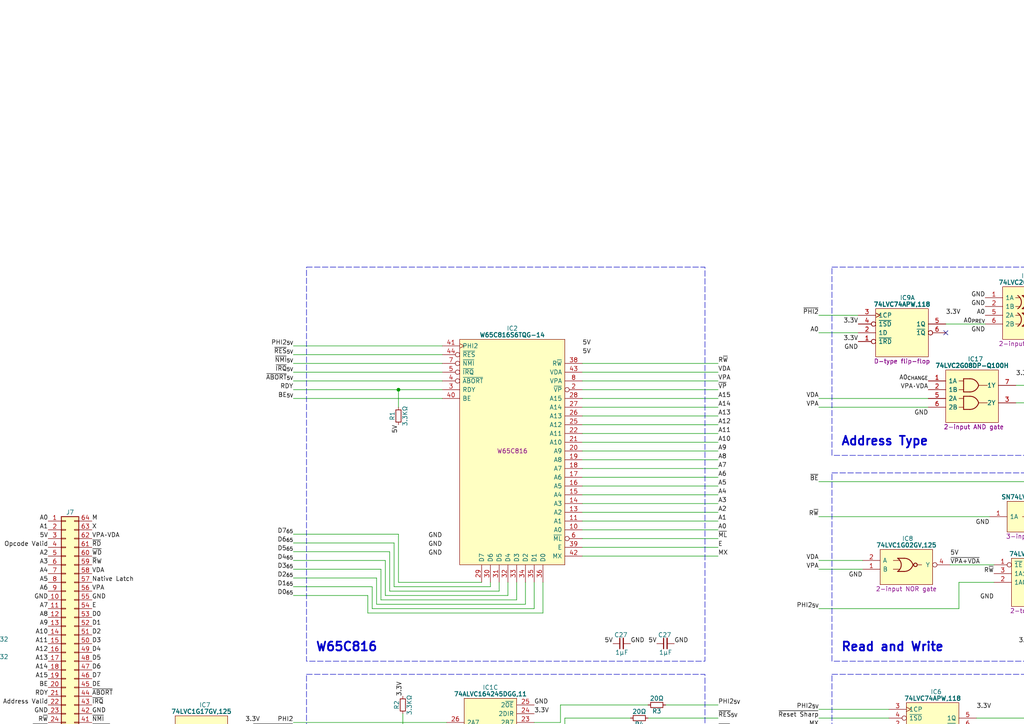
<source format=kicad_sch>
(kicad_sch (version 20230121) (generator eeschema)
  (paper "A4")
  (title_block (title "W65C816 Breakout") (date "2024-01-30") (rev "V1"))
  (junction (at 118.11 214.63))
  (junction (at 143.51 274.32))
  (junction (at 120.65 219.71))
  (junction (at 116.84 222.25))
  (junction (at 115.57 113.03))
  (junction (at 440.69 187.96))
  (junction (at 119.38 217.17))
  (junction (at 114.3 274.32))
  (no_connect (at 440.69 88.9))
  (no_connect (at 350.52 163.83))
  (no_connect (at 313.69 168.91))
  (no_connect (at 429.26 278.13))
  (no_connect (at 311.15 87.63))
  (no_connect (at 313.69 166.37))
  (no_connect (at 283.21 210.82))
  (no_connect (at 283.21 220.98))
  (no_connect (at 440.69 93.98))
  (no_connect (at 440.69 91.44))
  (no_connect (at 274.32 96.52))
  (no_connect (at 139.7 279.4))
  (wire (pts (xy 452.12 99.06) (xy 461.01 99.06)))
  (wire (pts (xy 513.08 119.38) (xy 486.41 119.38)))
  (wire (pts (xy 99.06 274.32) (xy 114.3 274.32)))
  (wire (pts (xy 99.06 274.32) (xy 99.06 279.4)))
  (wire (pts (xy 208.28 130.81) (xy 168.91 130.81)))
  (wire (pts (xy 85.09 115.57) (xy 128.27 115.57)))
  (wire (pts (xy 120.65 219.71) (xy 120.65 234.95)))
  (wire (pts (xy 116.84 222.25) (xy 129.54 222.25)))
  (wire (pts (xy 208.28 133.35) (xy 168.91 133.35)))
  (wire (pts (xy 115.57 168.91) (xy 115.57 154.94)))
  (wire (pts (xy 513.08 114.3) (xy 486.41 114.3)))
  (wire (pts (xy 452.12 96.52) (xy 440.69 96.52)))
  (wire (pts (xy 274.32 93.98) (xy 285.75 93.98)))
  (wire (pts (xy 237.49 115.57) (xy 269.24 115.57)))
  (wire (pts (xy 320.04 158.75) (xy 320.04 149.86)))
  (wire (pts (xy 237.49 118.11) (xy 269.24 118.11)))
  (wire (pts (xy 208.28 158.75) (xy 168.91 158.75)))
  (wire (pts (xy 157.48 177.8) (xy 106.68 177.8)))
  (wire (pts (xy 389.89 86.36) (xy 415.29 86.36)))
  (wire (pts (xy 114.3 274.32) (xy 114.3 276.86)))
  (wire (pts (xy 168.91 219.71) (xy 168.91 222.25)))
  (wire (pts (xy 389.89 104.14) (xy 461.01 104.14)))
  (wire (pts (xy 114.3 157.48) (xy 85.09 157.48)))
  (wire (pts (xy 360.68 218.44) (xy 283.21 218.44)))
  (wire (pts (xy 85.09 170.18) (xy 107.95 170.18)))
  (wire (pts (xy 111.76 172.72) (xy 147.32 172.72)))
  (wire (pts (xy 513.08 208.28) (xy 486.41 208.28)))
  (wire (pts (xy 208.28 156.21) (xy 168.91 156.21)))
  (wire (pts (xy 166.37 217.17) (xy 154.94 217.17)))
  (wire (pts (xy 208.28 118.11) (xy 168.91 118.11)))
  (wire (pts (xy 278.13 176.53) (xy 278.13 168.91)))
  (wire (pts (xy 208.28 161.29) (xy 168.91 161.29)))
  (wire (pts (xy 360.68 274.32) (xy 341.63 274.32)))
  (wire (pts (xy 360.68 208.28) (xy 283.21 208.28)))
  (wire (pts (xy 193.04 204.47) (xy 208.28 204.47)))
  (wire (pts (xy 208.28 125.73) (xy 168.91 125.73)))
  (wire (pts (xy 308.61 274.32) (xy 308.61 280.67)))
  (wire (pts (xy 106.68 177.8) (xy 106.68 172.72)))
  (wire (pts (xy 389.89 109.22) (xy 461.01 109.22)))
  (wire (pts (xy 116.84 207.01) (xy 116.84 222.25)))
  (wire (pts (xy 166.37 214.63) (xy 166.37 217.17)))
  (wire (pts (xy 513.08 121.92) (xy 486.41 121.92)))
  (wire (pts (xy 167.64 219.71) (xy 154.94 219.71)))
  (wire (pts (xy 139.7 168.91) (xy 115.57 168.91)))
  (wire (pts (xy 389.89 114.3) (xy 461.01 114.3)))
  (wire (pts (xy 389.89 149.86) (xy 415.29 149.86)))
  (wire (pts (xy 163.83 208.28) (xy 163.83 212.09)))
  (wire (pts (xy 115.57 113.03) (xy 128.27 113.03)))
  (wire (pts (xy 309.88 276.86) (xy 309.88 294.64)))
  (wire (pts (xy 389.89 165.1) (xy 415.29 165.1)))
  (wire (pts (xy 113.03 171.45) (xy 113.03 160.02)))
  (wire (pts (xy 154.94 176.53) (xy 154.94 168.91)))
  (wire (pts (xy 389.89 106.68) (xy 461.01 106.68)))
  (wire (pts (xy 208.28 120.65) (xy 168.91 120.65)))
  (wire (pts (xy 208.28 143.51) (xy 168.91 143.51)))
  (wire (pts (xy 116.84 234.95) (xy 120.65 234.95)))
  (wire (pts (xy 321.31 171.45) (xy 321.31 168.91)))
  (wire (pts (xy 389.89 162.56) (xy 415.29 162.56)))
  (wire (pts (xy 513.08 275.59) (xy 429.26 275.59)))
  (wire (pts (xy 85.09 222.25) (xy 116.84 222.25)))
  (wire (pts (xy 163.83 212.09) (xy 154.94 212.09)))
  (wire (pts (xy 85.09 113.03) (xy 115.57 113.03)))
  (wire (pts (xy 187.96 204.47) (xy 162.56 204.47)))
  (wire (pts (xy 308.61 271.78) (xy 316.23 271.78)))
  (wire (pts (xy 237.49 205.74) (xy 257.81 205.74)))
  (wire (pts (xy 389.89 167.64) (xy 415.29 167.64)))
  (wire (pts (xy 208.28 113.03) (xy 168.91 113.03)))
  (wire (pts (xy 143.51 279.4) (xy 143.51 274.32)))
  (wire (pts (xy 85.09 209.55) (xy 129.54 209.55)))
  (wire (pts (xy 237.49 297.18) (xy 278.13 297.18)))
  (wire (pts (xy 109.22 167.64) (xy 85.09 167.64)))
  (wire (pts (xy 237.49 139.7) (xy 321.31 139.7)))
  (wire (pts (xy 157.48 168.91) (xy 157.48 177.8)))
  (wire (pts (xy 107.95 170.18) (xy 107.95 176.53)))
  (wire (pts (xy 513.08 111.76) (xy 486.41 111.76)))
  (wire (pts (xy 321.31 168.91) (xy 325.12 168.91)))
  (wire (pts (xy 85.09 110.49) (xy 128.27 110.49)))
  (wire (pts (xy 274.32 280.67) (xy 308.61 280.67)))
  (wire (pts (xy 208.28 140.97) (xy 168.91 140.97)))
  (wire (pts (xy 208.28 219.71) (xy 168.91 219.71)))
  (wire (pts (xy 149.86 168.91) (xy 149.86 173.99)))
  (wire (pts (xy 143.51 274.32) (xy 148.59 274.32)))
  (wire (pts (xy 109.22 175.26) (xy 109.22 167.64)))
  (wire (pts (xy 116.84 232.41) (xy 119.38 232.41)))
  (wire (pts (xy 106.68 172.72) (xy 85.09 172.72)))
  (wire (pts (xy 513.08 109.22) (xy 486.41 109.22)))
  (wire (pts (xy 208.28 222.25) (xy 204.47 222.25)))
  (wire (pts (xy 85.09 219.71) (xy 120.65 219.71)))
  (wire (pts (xy 85.09 102.87) (xy 128.27 102.87)))
  (wire (pts (xy 513.08 198.12) (xy 486.41 198.12)))
  (wire (pts (xy 513.08 210.82) (xy 486.41 210.82)))
  (wire (pts (xy 275.59 163.83) (xy 288.29 163.83)))
  (wire (pts (xy 513.08 203.2) (xy 486.41 203.2)))
  (wire (pts (xy 208.28 153.67) (xy 168.91 153.67)))
  (wire (pts (xy 325.12 158.75) (xy 320.04 158.75)))
  (wire (pts (xy 208.28 148.59) (xy 168.91 148.59)))
  (wire (pts (xy 119.38 232.41) (xy 119.38 217.17)))
  (wire (pts (xy 120.65 219.71) (xy 129.54 219.71)))
  (wire (pts (xy 152.4 168.91) (xy 152.4 175.26)))
  (wire (pts (xy 26.67 212.09) (xy 45.72 212.09)))
  (wire (pts (xy 389.89 91.44) (xy 415.29 91.44)))
  (wire (pts (xy 118.11 214.63) (xy 118.11 229.87)))
  (wire (pts (xy 165.1 214.63) (xy 154.94 214.63)))
  (wire (pts (xy 389.89 280.67) (xy 403.86 280.67)))
  (wire (pts (xy 237.49 292.1) (xy 278.13 292.1)))
  (wire (pts (xy 162.56 209.55) (xy 154.94 209.55)))
  (wire (pts (xy 389.89 147.32) (xy 415.29 147.32)))
  (wire (pts (xy 237.49 176.53) (xy 278.13 176.53)))
  (wire (pts (xy 389.89 101.6) (xy 461.01 101.6)))
  (wire (pts (xy 237.49 210.82) (xy 257.81 210.82)))
  (wire (pts (xy 389.89 157.48) (xy 415.29 157.48)))
  (wire (pts (xy 85.09 154.94) (xy 115.57 154.94)))
  (wire (pts (xy 513.08 106.68) (xy 486.41 106.68)))
  (wire (pts (xy 237.49 96.52) (xy 248.92 96.52)))
  (wire (pts (xy 389.89 121.92) (xy 461.01 121.92)))
  (wire (pts (xy 85.09 217.17) (xy 119.38 217.17)))
  (wire (pts (xy 208.28 217.17) (xy 167.64 217.17)))
  (wire (pts (xy 144.78 168.91) (xy 144.78 171.45)))
  (wire (pts (xy 237.49 265.43) (xy 276.86 265.43)))
  (wire (pts (xy 187.96 208.28) (xy 208.28 208.28)))
  (wire (pts (xy 360.68 100.33) (xy 350.52 100.33)))
  (wire (pts (xy 320.04 149.86) (xy 312.42 149.86)))
  (wire (pts (xy 118.11 214.63) (xy 129.54 214.63)))
  (wire (pts (xy 513.08 195.58) (xy 486.41 195.58)))
  (wire (pts (xy 302.26 265.43) (xy 308.61 265.43)))
  (wire (pts (xy 85.09 224.79) (xy 88.9 224.79)))
  (wire (pts (xy 208.28 138.43) (xy 168.91 138.43)))
  (wire (pts (xy 237.49 208.28) (xy 257.81 208.28)))
  (wire (pts (xy 513.08 205.74) (xy 486.41 205.74)))
  (wire (pts (xy 389.89 152.4) (xy 415.29 152.4)))
  (wire (pts (xy 110.49 173.99) (xy 110.49 165.1)))
  (wire (pts (xy 360.68 158.75) (xy 350.52 158.75)))
  (wire (pts (xy 440.69 200.66) (xy 440.69 187.96)))
  (wire (pts (xy 452.12 99.06) (xy 452.12 96.52)))
  (wire (pts (xy 165.1 212.09) (xy 165.1 214.63)))
  (wire (pts (xy 237.49 294.64) (xy 278.13 294.64)))
  (wire (pts (xy 152.4 175.26) (xy 109.22 175.26)))
  (wire (pts (xy 208.28 229.87) (xy 198.12 229.87)))
  (wire (pts (xy 360.68 111.76) (xy 294.64 111.76)))
  (wire (pts (xy 237.49 278.13) (xy 248.92 278.13)))
  (wire (pts (xy 513.08 193.04) (xy 486.41 193.04)))
  (wire (pts (xy 278.13 168.91) (xy 288.29 168.91)))
  (wire (pts (xy 461.01 200.66) (xy 440.69 200.66)))
  (wire (pts (xy 208.28 107.95) (xy 168.91 107.95)))
  (wire (pts (xy 163.83 208.28) (xy 182.88 208.28)))
  (wire (pts (xy 309.88 294.64) (xy 303.53 294.64)))
  (wire (pts (xy 139.7 274.32) (xy 143.51 274.32)))
  (wire (pts (xy 237.49 267.97) (xy 276.86 267.97)))
  (wire (pts (xy 208.28 135.89) (xy 168.91 135.89)))
  (wire (pts (xy 85.09 214.63) (xy 118.11 214.63)))
  (wire (pts (xy 389.89 154.94) (xy 415.29 154.94)))
  (wire (pts (xy 142.24 170.18) (xy 114.3 170.18)))
  (wire (pts (xy 116.84 229.87) (xy 118.11 229.87)))
  (wire (pts (xy 208.28 105.41) (xy 168.91 105.41)))
  (wire (pts (xy 389.89 160.02) (xy 415.29 160.02)))
  (wire (pts (xy 360.68 173.99) (xy 350.52 173.99)))
  (wire (pts (xy 440.69 187.96) (xy 461.01 187.96)))
  (wire (pts (xy 85.09 162.56) (xy 111.76 162.56)))
  (wire (pts (xy 321.31 139.7) (xy 321.31 156.21)))
  (wire (pts (xy 85.09 107.95) (xy 128.27 107.95)))
  (wire (pts (xy 237.49 162.56) (xy 250.19 162.56)))
  (wire (pts (xy 85.09 100.33) (xy 128.27 100.33)))
  (wire (pts (xy 115.57 113.03) (xy 115.57 118.11)))
  (wire (pts (xy 107.95 176.53) (xy 154.94 176.53)))
  (wire (pts (xy 309.88 276.86) (xy 316.23 276.86)))
  (wire (pts (xy 208.28 214.63) (xy 166.37 214.63)))
  (wire (pts (xy 316.23 274.32) (xy 308.61 274.32)))
  (wire (pts (xy 149.86 173.99) (xy 110.49 173.99)))
  (wire (pts (xy 119.38 217.17) (xy 129.54 217.17)))
  (wire (pts (xy 144.78 171.45) (xy 113.03 171.45)))
  (wire (pts (xy 113.03 160.02) (xy 85.09 160.02)))
  (wire (pts (xy 360.68 168.91) (xy 350.52 168.91)))
  (wire (pts (xy 99.06 279.4) (xy 100.33 279.4)))
  (wire (pts (xy 208.28 242.57) (xy 167.64 242.57)))
  (wire (pts (xy 237.49 165.1) (xy 250.19 165.1)))
  (wire (pts (xy 208.28 151.13) (xy 168.91 151.13)))
  (wire (pts (xy 168.91 222.25) (xy 154.94 222.25)))
  (wire (pts (xy 513.08 104.14) (xy 486.41 104.14)))
  (wire (pts (xy 208.28 212.09) (xy 165.1 212.09)))
  (wire (pts (xy 110.49 165.1) (xy 85.09 165.1)))
  (wire (pts (xy 389.89 144.78) (xy 415.29 144.78)))
  (wire (pts (xy 237.49 280.67) (xy 248.92 280.67)))
  (wire (pts (xy 85.09 105.41) (xy 128.27 105.41)))
  (wire (pts (xy 513.08 116.84) (xy 486.41 116.84)))
  (wire (pts (xy 237.49 215.9) (xy 257.81 215.9)))
  (wire (pts (xy 237.49 262.89) (xy 276.86 262.89)))
  (wire (pts (xy 208.28 128.27) (xy 168.91 128.27)))
  (wire (pts (xy 208.28 146.05) (xy 168.91 146.05)))
  (wire (pts (xy 313.69 173.99) (xy 325.12 173.99)))
  (wire (pts (xy 208.28 110.49) (xy 168.91 110.49)))
  (wire (pts (xy 237.49 149.86) (xy 287.02 149.86)))
  (wire (pts (xy 167.64 217.17) (xy 167.64 219.71)))
  (wire (pts (xy 360.68 116.84) (xy 294.64 116.84)))
  (wire (pts (xy 71.12 212.09) (xy 129.54 212.09)))
  (wire (pts (xy 389.89 111.76) (xy 461.01 111.76)))
  (wire (pts (xy 389.89 88.9) (xy 415.29 88.9)))
  (wire (pts (xy 162.56 204.47) (xy 162.56 209.55)))
  (wire (pts (xy 142.24 168.91) (xy 142.24 170.18)))
  (wire (pts (xy 513.08 190.5) (xy 486.41 190.5)))
  (wire (pts (xy 208.28 123.19) (xy 168.91 123.19)))
  (wire (pts (xy 111.76 162.56) (xy 111.76 172.72)))
  (wire (pts (xy 237.49 91.44) (xy 248.92 91.44)))
  (wire (pts (xy 321.31 156.21) (xy 325.12 156.21)))
  (wire (pts (xy 389.89 275.59) (xy 403.86 275.59)))
  (wire (pts (xy 389.89 119.38) (xy 461.01 119.38)))
  (wire (pts (xy 389.89 116.84) (xy 461.01 116.84)))
  (wire (pts (xy 147.32 172.72) (xy 147.32 168.91)))
  (wire (pts (xy 208.28 115.57) (xy 168.91 115.57)))
  (wire (pts (xy 308.61 265.43) (xy 308.61 271.78)))
  (wire (pts (xy 313.69 171.45) (xy 321.31 171.45)))
  (wire (pts (xy 114.3 170.18) (xy 114.3 157.48)))
  (rectangle (start 241.3 255.27) (end 356.87 309.88) (stroke (width 0) (type dash)))
  (rectangle (start 88.9 195.58) (end 204.47 250.19) (stroke (width 0) (type dash)))
  (rectangle (start 88.9 255.27) (end 204.47 309.88) (stroke (width 0) (type dash)))
  (rectangle (start 393.7 77.47) (end 509.27 132.08) (stroke (width 0) (type dash)))
  (rectangle (start 241.3 137.16) (end 356.87 191.77) (stroke (width 0) (type dash)))
  (rectangle (start 393.7 255.27) (end 509.27 309.88) (stroke (width 0) (type dash)))
  (rectangle (start 241.3 77.47) (end 356.87 132.08) (stroke (width 0) (type dash)))
  (rectangle (start 241.3 195.58) (end 356.87 250.19) (stroke (width 0) (type dash)))
  (rectangle (start 88.9 77.47) (end 204.47 191.77) (stroke (width 0) (type dash)))
  (rectangle (start 393.7 137.16) (end 509.27 250.19) (stroke (width 0) (type dash)))
  (text "Data" (at 396.24 129.54 0) (effects (font (size 2.54 2.54) (thickness 0.508) bold) (justify left bottom)))
  (text "Bank Zero detect" (at 243.84 307.34 0) (effects (font (size 2.54 2.54) (thickness 0.508) bold) (justify left bottom)))
  (text "Read and Write" (at 243.84 189.23 0) (effects (font (size 2.54 2.54) (thickness 0.508) bold) (justify left bottom)))
  (text "Bank Capture" (at 395.605 248.285 0) (effects (font (size 2.54 2.54) (thickness 0.508) bold) (justify left bottom)))
  (text "Address Type" (at 243.84 129.54 0) (effects (font (size 2.54 2.54) (thickness 0.508) bold) (justify left bottom)))
  (text "M and X capture" (at 243.84 247.65 0) (effects (font (size 2.54 2.54) (thickness 0.508) bold) (justify left bottom)))
  (text "Power" (at 91.44 306.705 0) (effects (font (size 2.54 2.54) (thickness 0.508) bold) (justify left bottom)))
  (text "(~{PHI2})" (at -3.81 224.79 0) (effects (font (size 1.27 1.27)) (justify left bottom)))
  (text "W65C816" (at 91.44 189.23 0) (effects (font (size 2.54 2.54) (thickness 0.508) bold) (justify left bottom)))
  (text "Native Mode" (at 396.24 307.34 0) (effects (font (size 2.54 2.54) (thickness 0.508) bold) (justify left bottom)))
  (text "Signals" (at 91.44 247.65 0) (effects (font (size 2.54 2.54) (thickness 0.508) bold) (justify left bottom)))
  (label "3.3V" (at 311.15 85.09 0))
  (label "GND" (at 325.12 125.73 0))
  (label "GND" (at 415.29 191.77 180))
  (label "GND" (at 415.29 96.52 180))
  (label "BE" (at 13.97 199.39 180))
  (label "BA5" (at 482.6 167.64 0))
  (label "~{RD}_{PART}" (at 313.69 173.99 0))
  (label "GND" (at 13.97 173.99 180))
  (label "BE_{5V}" (at 208.28 219.71 0))
  (label "A6" (at 208.28 138.43 0))
  (label "3.3V" (at 190.5 303.53 180))
  (label "GND" (at 26.67 207.01 0))
  (label "Opcode Valid" (at 360.68 111.76 0))
  (label "~{Reset}" (at 26.67 212.09 0))
  (label "R~{W}" (at 237.49 149.86 180))
  (label "5V" (at 26.67 224.79 0))
  (label "D1" (at 26.67 181.61 0))
  (label "GND" (at 308.61 125.73 0))
  (label "GND" (at 191.77 276.86 0))
  (label "~{IRQ}" (at 26.67 204.47 0))
  (label "3.3V" (at 154.94 207.01 0))
  (label "VPA·VDA" (at 360.68 116.84 0))
  (label "GND" (at 325.12 104.14 180))
  (label "GND" (at 180.34 303.53 0))
  (label "~{IRQ}_{5V}" (at 85.09 107.95 180))
  (label "A13" (at 13.97 191.77 180))
  (label "D5_{VHC}" (at 440.69 154.94 0))
  (label "BA2" (at 482.6 151.13 0))
  (label "GND" (at 257.81 226.06 180))
  (label "GND" (at 191.77 274.32 0))
  (label "D7" (at 26.67 196.85 0))
  (label "D4" (at 513.08 111.76 0))
  (label "GND" (at 335.28 304.8 0))
  (label "GND" (at 285.75 96.52 180))
  (label "3.3V" (at 320.04 125.73 180))
  (label "MX" (at 208.28 161.29 0))
  (label "D5_{65}" (at 389.89 109.22 180))
  (label "D6_{65}" (at 389.89 106.68 180))
  (label "A14" (at 208.28 118.11 0))
  (label "D4_{VHC}" (at 462.28 165.1 180))
  (label "5V" (at 482.6 245.11 180))
  (label "A0_{PREV}" (at 285.75 93.98 180))
  (label "~{ABORT}_{5V}" (at 208.28 217.17 0))
  (label "D2_{65}" (at 389.89 116.84 180))
  (label "3.3V" (at 328.93 186.69 180))
  (label "A15" (at 208.28 115.57 0))
  (label "~{PHI2}" (at 237.49 215.9 180))
  (label "R~{W}" (at 288.29 166.37 180))
  (label "D5_{65}" (at 461.01 195.58 180))
  (label "BA3" (at 513.08 210.82 0))
  (label "D1_{65}" (at 85.09 170.18 180))
  (label "~{NMI}_{5V}" (at 85.09 105.41 180))
  (label "3.3V" (at 342.9 245.11 180))
  (label "GND" (at 250.19 167.64 180))
  (label "5V" (at 168.91 100.33 0))
  (label "GND" (at 172.72 232.41 180))
  (label "DE" (at 208.28 222.25 0))
  (label "A5" (at 13.97 168.91 180))
  (label "GND" (at 325.12 163.83 180))
  (label "GND" (at 269.24 120.65 180))
  (label "VPA" (at 208.28 110.49 0))
  (label "~{DE}" (at 440.69 96.52 0))
  (label "BA6" (at 13.97 217.17 180))
  (label "A15" (at 13.97 196.85 180))
  (label "VPA" (at 237.49 118.11 180))
  (label "3.3V" (at 248.92 99.06 180))
  (label "A5" (at 208.28 140.97 0))
  (label "A7" (at 13.97 176.53 180))
  (label "D1_{65}" (at 389.89 119.38 180))
  (label "GND" (at 195.58 186.69 0))
  (label "3.3V" (at 71.12 209.55 0))
  (label "5V" (at 177.8 186.69 180))
  (label "GND" (at 304.8 186.69 0))
  (label "BA1" (at 482.6 148.59 0))
  (label "D7" (at 513.08 104.14 0))
  (label "BA1" (at 237.49 294.64 180))
  (label "D5" (at 513.08 109.22 0))
  (label "D2" (at 26.67 184.15 0))
  (label "MX" (at 237.49 210.82 180))
  (label "BA5" (at 237.49 267.97 180))
  (label "5V" (at 330.2 304.8 180))
  (label "RDY" (at 85.09 113.03 180))
  (label "BA5+BA6+BA7" (at 302.26 265.43 0))
  (label "X" (at 26.67 153.67 0))
  (label "A9" (at 208.28 130.81 0))
  (label "D6_{VHC}" (at 462.28 170.18 180))
  (label "GND" (at 285.75 88.9 180))
  (label "A4" (at 13.97 166.37 180))
  (label "3.3V" (at 198.12 227.33 0))
  (label "RDY" (at 13.97 201.93 180))
  (label "D6_{65}" (at 85.09 157.48 180))
  (label "BE" (at 85.09 222.25 180))
  (label "VDA" (at 26.67 166.37 0))
  (label "BA0" (at 26.67 217.17 0))
  (label "GND" (at 45.72 214.63 180))
  (label "FET ~{OE}" (at 440.69 187.96 0))
  (label "D7_{65}" (at 389.89 104.14 180))
  (label "BA2" (at 26.67 222.25 0))
  (label "BA0" (at 482.6 146.05 0))
  (label "A3" (at 208.28 146.05 0))
  (label "5V" (at 302.26 262.89 0))
  (label "D1_{VHC}" (at 440.69 165.1 0))
  (label "D1_{65}" (at 389.89 165.1 180))
  (label "GND" (at 500.38 245.11 0))
  (label "3.3V" (at 148.59 274.32 0))
  (label "BA4" (at 482.6 165.1 0))
  (label "GND" (at 287.02 152.4 180))
  (label "A0" (at 285.75 91.44 180))
  (label "~{ML}" (at 208.28 156.21 0))
  (label "D6_{VHC}" (at 440.69 152.4 0))
  (label "GND" (at 166.37 271.78 180))
  (label "~{ABORT}" (at 85.09 219.71 180))
  (label "3.3V" (at 294.64 109.22 0))
  (label "5V" (at 304.8 304.8 180))
  (label "DE" (at 389.89 88.9 180))
  (label "BA0" (at 237.49 297.18 180))
  (label "A11" (at 208.28 125.73 0))
  (label "D6_{65}" (at 461.01 193.04 180))
  (label "3.3V" (at 429.26 273.05 0))
  (label "GND" (at 154.94 227.33 0))
  (label "D5_{65}" (at 85.09 160.02 180))
  (label "~{BE}" (at 237.49 139.7 180))
  (label "3.3V" (at 313.69 163.83 0))
  (label "D4_{65}" (at 389.89 111.76 180))
  (label "D0_{65}" (at 85.09 172.72 180))
  (label "BA0+BA1+BA2" (at 303.53 294.64 0))
  (label "~{PHI2}" (at 389.89 86.36 180))
  (label "5V" (at 274.32 278.13 0))
  (label "~{BE}" (at 208.28 229.87 0))
  (label "~{NMI}" (at 85.09 214.63 180))
  (label "D1_{VHC}" (at 462.28 148.59 180))
  (label "Bank Latch" (at 389.89 147.32 180))
  (label "BA7" (at 513.08 190.5 0))
  (label "A12" (at 13.97 189.23 180))
  (label "3.3V" (at 350.52 156.21 0))
  (label "GND" (at 461.01 213.36 180))
  (label "Bank Latch" (at 13.97 224.79 180))
  (label "GND" (at 114.3 279.4 180))
  (label "GND" (at 403.86 278.13 180))
  (label "DE" (at 116.84 237.49 0))
  (label "~{PHI2}" (at 208.28 242.57 0))
  (label "GND" (at 195.58 303.53 0))
  (label "5V" (at 313.69 186.69 180))
  (label "GND" (at 248.92 285.75 180))
  (label "3.3V" (at 248.92 93.98 180))
  (label "D4_{65}" (at 461.01 198.12 180))
  (label "VDA" (at 237.49 162.56 180))
  (label "D3_{VHC}" (at 462.28 153.67 180))
  (label "~{BANK 0}" (at 360.68 274.32 0))
  (label "Native Latch" (at 513.08 275.59 0))
  (label "BA5" (at 513.08 195.58 0))
  (label "GND" (at 487.68 245.11 0))
  (label "D5_{VHC}" (at 462.28 167.64 180))
  (label "~{IRQ}" (at 85.09 217.17 180))
  (label "GND" (at 276.86 270.51 180))
  (label "D1_{65}" (at 461.01 205.74 180))
  (label "A14" (at 13.97 194.31 180))
  (label "D6_{65}" (at 389.89 152.4 180))
  (label "VDA" (at 208.28 107.95 0))
  (label "5V" (at 166.37 266.7 180))
  (label "X" (at 360.68 208.28 0))
  (label "GND" (at 166.37 279.4 180))
  (label "BA6" (at 482.6 170.18 0))
  (label "GND" (at 403.86 283.21 180))
  (label "D3" (at 26.67 186.69 0))
  (label "3.3V" (at 96.52 237.49 180))
  (label "A1" (at 13.97 153.67 180))
  (label "R~{W}" (at 208.28 105.41 0))
  (label "~{R}W" (at 360.68 158.75 0))
  (label "A8" (at 13.97 179.07 180))
  (label "5V" (at 317.5 304.8 180))
  (label "5V" (at 342.9 304.8 180))
  (label "VPA" (at 325.12 101.6 180))
  (label "A3" (at 13.97 163.83 180))
  (label "3.3V" (at 312.42 147.32 0))
  (label "A1" (at 208.28 151.13 0))
  (label "PHI2_{5V}" (at 237.49 205.74 180))
  (label "5V" (at 99.06 274.32 180))
  (label "~{NMI}_{5V}" (at 208.28 212.09 0))
  (label "GND" (at 191.77 279.4 0))
  (label "GND" (at 154.94 224.79 0))
  (label "3.3V" (at 191.77 266.7 0))
  (label "5V" (at 495.3 245.11 180))
  (label "VPA" (at 237.49 165.1 180))
  (label "~{R}W" (at 26.67 163.83 0))
  (label "BA6" (at 513.08 193.04 0))
  (label "~{VP}" (at 13.97 227.33 180))
  (label "BA7" (at 237.49 262.89 180))
  (label "A4" (at 208.28 143.51 0))
  (label "GND" (at 128.27 156.21 180))
  (label "D3_{65}" (at 85.09 165.1 180))
  (label "BE" (at 389.89 91.44 180))
  (label "BE_{5V}" (at 85.09 115.57 180))
  (label "BA3" (at 26.67 227.33 0))
  (label "PHI2" (at 26.67 214.63 0))
  (label "A0" (at 237.49 96.52 180))
  (label "BA5" (at 13.97 219.71 180))
  (label "3.3V" (at 257.81 223.52 180))
  (label "D5" (at 26.67 191.77 0))
  (label "BA3" (at 482.6 153.67 0))
  (label "D3" (at 513.08 114.3 0))
  (label "D0" (at 513.08 121.92 0))
  (label "~{ABORT}" (at 26.67 201.93 0))
  (label "D2_{65}" (at 461.01 208.28 180))
  (label "~{WD}" (at 360.68 168.91 0))
  (label "GND" (at 105.41 279.4 0))
  (label "3.3V" (at 167.64 240.03 0))
  (label "5V" (at 175.26 303.53 180))
  (label "A8" (at 208.28 133.35 0))
  (label "~{IRQ}_{5V}" (at 208.28 214.63 0))
  (label "D2_{65}" (at 85.09 167.64 180))
  (label "GND" (at 166.37 276.86 180))
  (label "A9" (at 13.97 181.61 180))
  (label "D0_{65}" (at 389.89 121.92 180))
  (label "R~{W}" (at 13.97 209.55 180))
  (label "PHI2" (at 85.09 209.55 180))
  (label "D7_{VHC}" (at 440.69 149.86 0))
  (label "D7_{65}" (at 389.89 149.86 180))
  (label "~{Reset Sharp}" (at 237.49 208.28 180))
  (label "3.3V" (at 350.52 97.79 0))
  (label "D3_{65}" (at 389.89 160.02 180))
  (label "VPA·VDA" (at 26.67 156.21 0))
  (label "~{BE}" (at 325.12 161.29 180))
  (label "A0" (at 13.97 151.13 180))
  (label "GND" (at 288.29 173.99 180))
  (label "D3_{VHC}" (at 440.69 160.02 0))
  (label "5V" (at 486.41 187.96 0))
  (label "3.3V" (at 440.69 86.36 0))
  (label "D0_{65}" (at 461.01 203.2 180))
  (label "D0_{VHC}" (at 462.28 146.05 180))
  (label "BA0" (at 513.08 203.2 0))
  (label "DE" (at 26.67 199.39 0))
  (label "D4_{65}" (at 85.09 162.56 180))
  (label "GND" (at 129.54 227.33 180))
  (label "3.3V" (at 303.53 125.73 180))
  (label "~{NMI}" (at 26.67 209.55 0))
  (label "GND" (at 325.12 176.53 180))
  (label "RW_{PART}" (at 312.42 149.86 0))
  (label "DE" (at 85.09 224.79 180))
  (label "A13" (at 208.28 120.65 0))
  (label "D2" (at 513.08 116.84 0))
  (label "GND" (at 248.92 101.6 180))
  (label "GND" (at 154.94 204.47 0))
  (label "GND" (at 26.67 173.99 0))
  (label "GND" (at 309.88 304.8 0))
  (label "D6" (at 26.67 194.31 0))
  (label "PHI2_{5V}" (at 237.49 176.53 180))
  (label "D7_{VHC}" (at 462.28 172.72 180))
  (label "~{BE}" (at 325.12 166.37 180))
  (label "D6" (at 513.08 106.68 0))
  (label "5V" (at 275.59 161.29 0))
  (label "5V" (at 440.69 144.78 0))
  (label "GND" (at 415.29 170.18 180))
  (label "MX" (at 257.81 220.98 180))
  (label "BA2" (at 513.08 208.28 0))
  (label "A6" (at 13.97 171.45 180))
  (label "BA7" (at 13.97 214.63 180))
  (label "GND" (at 128.27 161.29 180))
  (label "Address Valid" (at 360.68 100.33 0))
  (label "BA1" (at 26.67 219.71 0))
  (label "PHI2" (at 142.24 242.57 180))
  (label "D4_{VHC}" (at 440.69 157.48 0))
  (label "D7_{65}" (at 461.01 190.5 180))
  (label "3.3V" (at 96.52 234.95 180))
  (label "~{RD}" (at 360.68 173.99 0))
  (label "GND" (at 278.13 299.72 180))
  (label "~{BANK 0}" (at 26.67 229.87 0))
  (label "3.3V" (at 257.81 213.36 180))
  (label "~{RD}" (at 26.67 158.75 0))
  (label "A2" (at 208.28 148.59 0))
  (label "GND" (at 318.77 186.69 0))
  (label "R~{W}" (at 389.89 101.6 180))
  (label "GND" (at 334.01 186.69 0))
  (label "BA4" (at 13.97 222.25 180))
  (label "GND" (at 347.98 304.8 0))
  (label "GND" (at 13.97 207.01 180))
  (label "3.3V" (at 274.32 91.44 0))
  (label "~{PHI2}" (at 13.97 212.09 180))
  (label "GND" (at 403.86 273.05 180))
  (label "BE" (at 172.72 229.87 180))
  (label "D2_{VHC}" (at 462.28 151.13 180))
  (label "BA2" (at 237.49 292.1 180))
  (label "~{Reset Sharp}" (at 85.09 212.09 180))
  (label "3.3V" (at 283.21 205.74 0))
  (label "A11" (at 13.97 186.69 180))
  (label "3.3V" (at 116.84 201.93 90))
  (label "~{BE}" (at 415.29 186.69 180))
  (label "A0_{CHANGE}" (at 311.15 92.71 0))
  (label "3.3V" (at 299.72 186.69 180))
  (label "E" (at 26.67 176.53 0))
  (label "D4_{65}" (at 389.89 157.48 180))
  (label "~{WD}" (at 26.67 161.29 0))
  (label "GND" (at 316.23 279.4 180))
  (label "M" (at 26.67 151.13 0))
  (label "GND" (at 340.36 125.73 0))
  (label "PHI2_{5V}" (at 208.28 204.47 0))
  (label "3.3V" (at 344.17 186.69 180))
  (label "5V" (at 166.37 269.24 180))
  (label "GND" (at 248.92 283.21 180))
  (label "PHI2_{5V}" (at 85.09 100.33 180))
  (label "A10" (at 208.28 128.27 0))
  (label "GND" (at 501.65 304.8 0))
  (label "~{ML}" (at 13.97 229.87 180))
  (label "M" (at 360.68 218.44 0))
  (label "Native Latch" (at 26.67 168.91 0))
  (label "D2_{65}" (at 389.89 162.56 180))
  (label "GND" (at 349.25 186.69 0))
  (label "VPA" (at 26.67 171.45 0))
  (label "D5_{65}" (at 389.89 154.94 180))
  (label "D2_{VHC}" (at 440.69 162.56 0))
  (label "3.3V" (at 96.52 229.87 180))
  (label "BA4" (at 237.49 278.13 180))
  (label "~{RES}_{5V}" (at 208.28 208.28 0))
  (label "VPA·VDA" (at 269.24 113.03 180))
  (label "~{VPA+VDA}" (at 275.59 163.83 0))
  (label "D0_{65}" (at 389.89 167.64 180))
  (label "D1" (at 513.08 119.38 0))
  (label "A12" (at 208.28 123.19 0))
  (label "5V" (at 168.91 102.87 0))
  (label "~{Reset Sharp}" (at 389.89 280.67 180))
  (label "3.3V" (at 335.28 125.73 180))
  (label "A0" (at 208.28 153.67 0))
  (label "~{RES}_{5V}" (at 85.09 102.87 180))
  (label "A10" (at 13.97 184.15 180))
  (label "~{BE}" (at 325.12 171.45 180))
  (label "VDA" (at 325.12 99.06 180))
  (label "BA7" (at 482.6 172.72 0))
  (label "D0" (at 26.67 179.07 0))
  (label "VDA" (at 237.49 115.57 180))
  (label "GND" (at 322.58 304.8 0))
  (label "3.3V" (at 440.69 185.42 0))
  (label "BA4" (at 513.08 198.12 0))
  (label "5V" (at 115.57 123.19 270))
  (label "~{ABORT}_{5V}" (at 85.09 110.49 180))
  (label "GND" (at 347.98 245.11 0))
  (label "~{WD}_{PART}" (at 313.69 171.45 0))
  (label "BA3" (at 237.49 280.67 180))
  (label "D3_{65}" (at 389.89 114.3 180))
  (label "A0_{CHANGE}" (at 269.24 110.49 180))
  (label "D3_{65}" (at 461.01 210.82 180))
  (label "~{Reset Sharp}" (at 257.81 218.44 180))
  (label "5V" (at 190.5 186.69 180))
  (label "GND" (at 182.88 186.69 0))
  (label "D4" (at 26.67 189.23 0))
  (label "~{BE}" (at 389.89 144.78 180))
  (label "E" (at 208.28 158.75 0))
  (label "GND" (at 148.59 279.4 0))
  (label "BA3+BA4" (at 274.32 280.67 0))
  (label "GND" (at 142.24 245.11 180))
  (label "A2" (at 13.97 161.29 180))
  (label "3.3V" (at 496.57 304.8 180))
  (label "GND" (at 128.27 158.75 180))
  (label "5V" (at 341.63 271.78 0))
  (label "A7" (at 208.28 135.89 0))
  (label "3.3V" (at 191.77 269.24 0))
  (label "5V" (at 13.97 156.21 180))
  (label "GND" (at 285.75 86.36 180))
  (label "D0_{VHC}" (at 440.69 167.64 0))
  (label "Opcode Valid" (at 13.97 158.75 180))
  (label "GND" (at 166.37 274.32 180))
  (label "E" (at 389.89 275.59 180))
  (label "D7_{65}" (at 85.09 154.94 180))
  (label "~{PHI2}" (at 237.49 91.44 180))
  (label "PHI2" (at 415.29 189.23 180))
  (label "3.3V" (at 96.52 232.41 180))
  (label "GND" (at 129.54 224.79 180))
  (label "BA1" (at 513.08 205.74 0))
  (label "GND" (at 191.77 271.78 0))
  (label "Address Valid" (at 13.97 204.47 180))
  (label "BA6" (at 237.49 265.43 180))
  (label "~{VP}" (at 208.28 113.03 0))
  (label "5V" (at 303.53 292.1 0))
  (symbol (lib_id "Nexperia:74LVC2G32DP,125_Multi") (at 415.29 186.69 0) (unit 2)
    (property "Reference" "IC15" (at 427.99 180.34 0))
    (property "Value" "74LVC2G32DP,125" (at 427.99 182.245 0) (effects (font bold)))
    (property "Footprint" "SOP65P400X110-8N" (effects hide))
    (property "Datasheet" "https://assets.nexperia.com/documents/data-sheet/74LVC2G32.pdf" (effects hide))
    (property "Description" "2-input OR gate" (at 427.99 194.945 0))
    (property "Height" "1.1" (effects hide))
    (property "Manufacturer_Name" "Nexperia" (effects hide))
    (property "Manufacturer_Part_Number" "74LVC2G32DP,125" (effects hide))
    (property "Mouser Part Number" "771-LVC2G32DP125" (effects hide))
    (property "Mouser Price/Stock" "https://www.mouser.co.uk/ProductDetail/Nexperia/74LVC2G32DP125?qs=me8TqzrmIYW%2FQ9dGbQTEYg%3D%3D" (effects hide))
    (property "Silkscreen" "'2G32" (effects hide))
  )
  (symbol (lib_id "HCP65:C_0805") (at 320.04 125.73 0) (unit 1)
    (property "Reference" "C23" (at 322.326 123.19 0))
    (property "Value" "1μF" (at 322.58 128.27 0))
    (property "Footprint" "SamacSys_Parts:C_0805" (effects hide))
    (instances (project "Pico Sound" (path "" (reference "C23") (unit 1))) (project "W65C816 Breakout" (path "" (reference "C17") (unit 1)) (path "" (reference "C8") (unit 1))))
  )
  (symbol (lib_id "HCP65:C_0805") (at 317.5 304.8 0) (unit 1)
    (property "Reference" "C30" (at 319.786 302.26 0))
    (property "Value" "1μF" (at 320.04 307.34 0))
    (property "Footprint" "SamacSys_Parts:C_0805" (effects hide))
    (instances (project "Pico Sound" (path "" (reference "C30") (unit 1))) (project "W65C816 Breakout" (path "" (reference "C4") (unit 1)) (path "" (reference "C10") (unit 1))))
  )
  (symbol (lib_id "HCP65:C_0805") (at 190.5 186.69 0) (unit 1)
    (property "Reference" "C27" (at 192.786 184.15 0))
    (property "Value" "1μF" (at 193.04 189.23 0))
    (property "Footprint" "SamacSys_Parts:C_0805" (effects hide))
    (instances (project "Pico Sound" (path "" (reference "C27") (unit 1))) (project "W65C816 Breakout" (path "" (reference "C6") (unit 1)) (path "" (reference "C4") (unit 1))))
  )
  (symbol (lib_id "Nexperia:74LVC74APW,118") (at 257.81 205.74 0) (unit 1)
    (property "Reference" "IC6" (at 269.875 200.66 0) (effects (justify left)))
    (property "Value" "74LVC74APW,118" (at 270.51 202.565 0) (effects (font bold)))
    (property "Footprint" "SOP65P640X110-14N" (effects hide))
    (property "Datasheet" "https://assets.nexperia.com/documents/data-sheet/74LVC74A.pdf" (effects hide))
    (property "Description" "D-type flip-flop" (at 270.51 229.235 0))
    (property "Height" "1.1" (effects hide))
    (property "Mouser Part Number" "771-74LVC74APW-T" (effects hide))
    (property "Mouser Price/Stock" "https://www.mouser.co.uk/ProductDetail/Nexperia/74LVC74APW118?qs=me8TqzrmIYVtXwVfet0lzw%3D%3D" (effects hide))
    (property "Manufacturer_Name" "Nexperia" (effects hide))
    (property "Manufacturer_Part_Number" "74LVC74APW,118" (effects hide))
    (property "Silkscreen" "74LVC74" (effects hide))
  )
  (symbol (lib_id "HCP65:Pin_Header_01x32") (at -6.35 189.23 0) (unit 1)
    (property "Reference" "J1" (at -6.35 188.595 0))
    (property "Value" "Pin_Header_01x32" (at -6.35 190.5 0))
    (property "Footprint" "SamacSys_Parts:PinHeader_1x32_P2.54mm_Vertical" (effects hide))
  )
  (symbol (lib_id "HCP65:R_0805") (at 182.88 208.28 0) (mirror x) (unit 1)
    (property "Reference" "R4" (at 185.42 210.058 0))
    (property "Value" "20Ω" (at 185.42 206.375 0))
    (property "Footprint" "SamacSys_Parts:R_0805" (effects hide))
  )
  (symbol (lib_id "Bourns:CAY16-221J4LF") (at 462.28 146.05 0) (unit 1)
    (property "Reference" "RN2" (at 472.44 140.97 0))
    (property "Value" "CAY16-221J4LF" (at 472.44 142.875 0))
    (property "Footprint" "CAY1647R0F4LF" (effects hide))
    (property "Datasheet" "https://www.bourns.com/docs/Product-Datasheets/CATCAY.pdf" (effects hide))
    (property "Description" "220Ω 4-array resistor" (at 472.44 156.845 0))
    (property "Height" "0.6" (effects hide))
    (property "Manufacturer_Name" "Bourns" (effects hide))
    (property "Manufacturer_Part_Number" "CAY16-221J4LF" (effects hide))
    (property "Mouser Part Number" "652-CAY16-221J4LF" (effects hide))
    (property "Mouser Price/Stock" "https://www.mouser.co.uk/ProductDetail/Bourns/CAY16-221J4LF?qs=BKfsZh40Pd9sAo64tUrb9Q%3D%3D" (effects hide))
    (property "Arrow Part Number" "CAY16-221J4LF" (effects hide))
    (property "Arrow Price/Stock" "https://www.arrow.com/en/products/cay16-221j4lf/bourns?region=nac" (effects hide))
    (property "Silkscreen" "220Ω" (effects hide))
  )
  (symbol (lib_id "Nexperia:74LVC2G32DP,125_Multi") (at 325.12 99.06 0) (unit 1)
    (property "Reference" "IC15" (at 337.82 92.71 0))
    (property "Value" "74LVC2G32DP,125" (at 337.82 94.615 0) (effects (font bold)))
    (property "Footprint" "SOP65P400X110-8N" (effects hide))
    (property "Datasheet" "https://assets.nexperia.com/documents/data-sheet/74LVC2G32.pdf" (effects hide))
    (property "Description" "2-input OR gate" (at 337.82 107.315 0))
    (property "Height" "1.1" (effects hide))
    (property "Manufacturer_Name" "Nexperia" (effects hide))
    (property "Manufacturer_Part_Number" "74LVC2G32DP,125" (effects hide))
    (property "Mouser Part Number" "771-LVC2G32DP125" (effects hide))
    (property "Mouser Price/Stock" "https://www.mouser.co.uk/ProductDetail/Nexperia/74LVC2G32DP125?qs=me8TqzrmIYW%2FQ9dGbQTEYg%3D%3D" (effects hide))
    (property "Silkscreen" "'2G32" (effects hide))
  )
  (symbol (lib_id "HCP65:C_0805") (at 328.93 186.69 0) (unit 1)
    (property "Reference" "C23" (at 331.216 184.15 0))
    (property "Value" "1μF" (at 331.47 189.23 0))
    (property "Footprint" "SamacSys_Parts:C_0805" (effects hide))
    (instances (project "Pico Sound" (path "" (reference "C23") (unit 1))) (project "W65C816 Breakout" (path "" (reference "C21") (unit 1)) (path "" (reference "C12") (unit 1))))
  )
  (symbol (lib_id "Texas_Instruments:SN74LVC1G332DCKRG4") (at 276.86 262.89 0) (unit 1)
    (property "Reference" "IC10" (at 289.56 257.81 0))
    (property "Value" "SN74LVC1G332DCKRG4" (at 289.56 259.715 0) (effects (font bold)))
    (property "Footprint" "SOT65P210X110-6N" (effects hide))
    (property "Datasheet" "http://www.ti.com/lit/ds/symlink/sn74lvc1g332.pdf" (effects hide))
    (property "Description" "3-input OR gate" (at 289.56 273.685 0))
    (property "Height" "1.1" (effects hide))
    (property "Mouser Part Number" "595-LVC1G332DCKRG4" (effects hide))
    (property "Mouser Price/Stock" "https://www.mouser.co.uk/ProductDetail/Texas-Instruments/SN74LVC1G332DCKRG4?qs=nqigI8dpoHKsm9DcYnuRDQ%3D%3D" (effects hide))
    (property "Manufacturer_Name" "Texas Instruments" (effects hide))
    (property "Manufacturer_Part_Number" "SN74LVC1G332DCKRG4" (effects hide))
    (property "Silkscreen" "'1G332" (effects hide))
  )
  (symbol (lib_id "Bourns:CAY16-221J4LF") (at 462.28 165.1 0) (unit 1)
    (property "Reference" "RN1" (at 472.44 160.02 0))
    (property "Value" "CAY16-221J4LF" (at 472.44 161.925 0))
    (property "Footprint" "CAY1647R0F4LF" (effects hide))
    (property "Datasheet" "https://www.bourns.com/docs/Product-Datasheets/CATCAY.pdf" (effects hide))
    (property "Description" "220Ω 4-array resistor" (at 472.44 175.895 0))
    (property "Height" "0.6" (effects hide))
    (property "Manufacturer_Name" "Bourns" (effects hide))
    (property "Manufacturer_Part_Number" "CAY16-221J4LF" (effects hide))
    (property "Mouser Part Number" "652-CAY16-221J4LF" (effects hide))
    (property "Mouser Price/Stock" "https://www.mouser.co.uk/ProductDetail/Bourns/CAY16-221J4LF?qs=BKfsZh40Pd9sAo64tUrb9Q%3D%3D" (effects hide))
    (property "Arrow Part Number" "CAY16-221J4LF" (effects hide))
    (property "Arrow Price/Stock" "https://www.arrow.com/en/products/cay16-221j4lf/bourns?region=nac" (effects hide))
    (property "Silkscreen" "220Ω" (effects hide))
  )
  (symbol (lib_id "Texas_Instruments:SN74LVC1G332DCKRG4") (at 278.13 292.1 0) (unit 1)
    (property "Reference" "IC12" (at 290.83 287.02 0))
    (property "Value" "SN74LVC1G332DCKRG4" (at 290.83 288.925 0) (effects (font bold)))
    (property "Footprint" "SOT65P210X110-6N" (effects hide))
    (property "Datasheet" "http://www.ti.com/lit/ds/symlink/sn74lvc1g332.pdf" (effects hide))
    (property "Description" "3-input OR gate" (at 290.83 302.895 0))
    (property "Height" "1.1" (effects hide))
    (property "Mouser Part Number" "595-LVC1G332DCKRG4" (effects hide))
    (property "Mouser Price/Stock" "https://www.mouser.co.uk/ProductDetail/Texas-Instruments/SN74LVC1G332DCKRG4?qs=nqigI8dpoHKsm9DcYnuRDQ%3D%3D" (effects hide))
    (property "Manufacturer_Name" "Texas Instruments" (effects hide))
    (property "Manufacturer_Part_Number" "SN74LVC1G332DCKRG4" (effects hide))
    (property "Silkscreen" "'1G332" (effects hide))
  )
  (symbol (lib_id "HCP65:C_0805") (at 496.57 304.8 0) (unit 1)
    (property "Reference" "C23" (at 498.856 302.26 0))
    (property "Value" "1μF" (at 499.11 307.34 0))
    (property "Footprint" "SamacSys_Parts:C_0805" (effects hide))
    (instances (project "Pico Sound" (path "" (reference "C23") (unit 1))) (project "W65C816 Breakout" (path "" (reference "C1") (unit 1)) (path "" (reference "C19") (unit 1))))
  )
  (symbol (lib_id "Texas_Instruments:SN74LVC1G332DCKRG4") (at 248.92 278.13 0) (unit 1)
    (property "Reference" "IC13" (at 261.62 273.05 0))
    (property "Value" "SN74LVC1G332DCKRG4" (at 261.62 274.955 0) (effects (font bold)))
    (property "Footprint" "SOT65P210X110-6N" (effects hide))
    (property "Datasheet" "http://www.ti.com/lit/ds/symlink/sn74lvc1g332.pdf" (effects hide))
    (property "Description" "3-input OR gate" (at 261.62 288.925 0))
    (property "Height" "1.1" (effects hide))
    (property "Mouser Part Number" "595-LVC1G332DCKRG4" (effects hide))
    (property "Mouser Price/Stock" "https://www.mouser.co.uk/ProductDetail/Texas-Instruments/SN74LVC1G332DCKRG4?qs=nqigI8dpoHKsm9DcYnuRDQ%3D%3D" (effects hide))
    (property "Manufacturer_Name" "Texas Instruments" (effects hide))
    (property "Manufacturer_Part_Number" "SN74LVC1G332DCKRG4" (effects hide))
    (property "Silkscreen" "'1G332" (effects hide))
  )
  (symbol (lib_id "HCP65:R_0805") (at 115.57 123.19 90) (unit 1)
    (property "Reference" "R1" (at 113.792 120.65 0))
    (property "Value" "3.3KΩ" (at 117.475 120.65 0))
    (property "Footprint" "SamacSys_Parts:R_0805" (effects hide))
  )
  (symbol (lib_id "Nexperia:74LVC1G02GV,125") (at 250.19 162.56 0) (unit 1)
    (property "Reference" "IC8" (at 261.62 156.21 0) (effects (justify left)))
    (property "Value" "74LVC1G02GV,125" (at 254 158.115 0) (effects (font bold) (justify left)))
    (property "Footprint" "SOT95P275X110-5N" (effects hide))
    (property "Datasheet" "https://assets.nexperia.com/documents/data-sheet/74LVC1G02.pdf" (effects hide))
    (property "Description" "2-input NOR gate" (at 254 170.815 0) (effects (justify left)))
    (property "Height" "1.1" (effects hide))
    (property "Manufacturer_Name" "Nexperia" (effects hide))
    (property "Manufacturer_Part_Number" "74LVC1G02GV,125" (effects hide))
    (property "Mouser Part Number" "771-LVC1G02GV125" (effects hide))
    (property "Mouser Price/Stock" "https://www.mouser.co.uk/ProductDetail/Nexperia/74LVC1G02GV125?qs=me8TqzrmIYX6GMf4PLx9gg%3D%3D" (effects hide))
    (property "Silkscreen" "'1G02" (effects hide))
  )
  (symbol (lib_id "HCP65:Pin_Header_01x32") (at -6.35 184.15 0) (mirror y) (unit 1)
    (property "Reference" "J2" (at -6.35 183.515 0))
    (property "Value" "Pin_Header_01x32" (at -6.35 185.42 0))
    (property "Footprint" "SamacSys_Parts:PinHeader_1x32_P2.54mm_Vertical" (effects hide))
  )
  (symbol (lib_id "Nexperia:74LVC2G86DP,125") (at 285.75 86.36 0) (unit 1)
    (property "Reference" "IC18" (at 298.45 80.01 0))
    (property "Value" "74LVC2G86DP,125" (at 298.45 81.915 0) (effects (font bold)))
    (property "Footprint" "SOP65P400X110-8N" (effects hide))
    (property "Datasheet" "https://assets.nexperia.com/documents/data-sheet/74LVC2G86.pdf" (effects hide))
    (property "Description" "2-input XOR gate" (at 298.45 99.695 0))
    (property "Height" "1.1" (effects hide))
    (property "Manufacturer_Name" "Nexperia" (effects hide))
    (property "Manufacturer_Part_Number" "74LVC2G86DP,125" (effects hide))
    (property "Mouser Part Number" "771-LVC2G86DP125" (effects hide))
    (property "Mouser Price/Stock" "https://www.mouser.co.uk/ProductDetail/Nexperia/74LVC2G86DP125?qs=me8TqzrmIYU4VUcP1CeUGw%3D%3D" (effects hide))
    (property "Silkscreen" "'2G86" (effects hide))
  )
  (symbol (lib_id "WDC:W65C816S6TQG-14") (at 128.27 100.33 0) (unit 1)
    (property "Reference" "IC2" (at 148.59 95.25 0))
    (property "Value" "W65C816S6TQG-14" (at 148.59 97.155 0) (effects (font bold)))
    (property "Footprint" "SamacSys_Parts:W65C816 PLCC 0.8mm 44 Pin" (effects hide))
    (property "Datasheet" "https://componentsearchengine.com/Datasheets/1/W65C816S6TQG-14.pdf" (effects hide))
    (property "Description" "W65C816" (at 148.59 130.81 0))
    (property "Height" "4.57" (effects hide))
    (property "Mouser Part Number" "955-W65C816S6TQG-14" (effects hide))
    (property "Mouser Price/Stock" "https://www.mouser.co.uk/ProductDetail/Western-Design-Center-WDC/W65C816S6TQG-14?qs=9lcNTSmDlCpDFNJ8GRf7eQ%3D%3D" (effects hide))
    (property "Manufacturer_Name" "Western Design Center (WDC)" (effects hide))
    (property "Manufacturer_Part_Number" "W65C816S6TQG-14" (effects hide))
    (property "Silkscreen" "W65C816S" (effects hide))
  )
  (symbol (lib_id "HCP65:C_0805") (at 313.69 186.69 0) (unit 1)
    (property "Reference" "C27" (at 315.976 184.15 0))
    (property "Value" "1μF" (at 316.23 189.23 0))
    (property "Footprint" "SamacSys_Parts:C_0805" (effects hide))
    (instances (project "Pico Sound" (path "" (reference "C27") (unit 1))) (project "W65C816 Breakout" (path "" (reference "C14") (unit 1)) (path "" (reference "C9") (unit 1))))
  )
  (symbol (lib_id "HCP65:R_0805") (at 116.84 201.93 90) (mirror x) (unit 1)
    (property "Reference" "R2" (at 115.062 204.47 0))
    (property "Value" "3.3KΩ" (at 118.745 204.47 0))
    (property "Footprint" "SamacSys_Parts:R_0805" (effects hide))
  )
  (symbol (lib_id "Nexperia:74ALVC164245DGG,11_Multi") (at 154.94 204.47 0) (mirror y) (unit 3)
    (property "Reference" "IC1" (at 142.24 199.39 0))
    (property "Value" "74ALVC164245DGG,11" (at 142.24 201.295 0) (effects (font bold)))
    (property "Footprint" "SOP50P810X120-48N" (effects hide))
    (property "Datasheet" "https://assets.nexperia.com/documents/data-sheet/74ALVC164245.pdf" (effects hide))
    (property "Description" "16-bit translating transceiver" (at 142.24 230.505 0))
    (property "Height" "1.2" (effects hide))
    (property "Mouser Part Number" "771-74ALVC164245" (effects hide))
    (property "Mouser Price/Stock" "https://www.mouser.co.uk/ProductDetail/Nexperia/74ALVC164245DGG11?qs=odJ8N4Y39o4j0ykFPcnqaQ%3D%3D" (effects hide))
    (property "Manufacturer_Name" "Nexperia" (effects hide))
    (property "Manufacturer_Part_Number" "74ALVC164245DGG:11" (effects hide))
    (property "Silkscreen" "74ALVC164245DG" (effects hide))
  )
  (symbol (lib_id "HCP65:C_0805") (at 344.17 186.69 0) (unit 1)
    (property "Reference" "C23" (at 346.456 184.15 0))
    (property "Value" "1μF" (at 346.71 189.23 0))
    (property "Footprint" "SamacSys_Parts:C_0805" (effects hide))
    (instances (project "Pico Sound" (path "" (reference "C23") (unit 1))) (project "W65C816 Breakout" (path "" (reference "C18") (unit 1)) (path "" (reference "C15") (unit 1))))
  )
  (symbol (lib_id "HCP65:R_0805") (at 187.96 204.47 0) (mirror x) (unit 1)
    (property "Reference" "R3" (at 190.5 206.248 0))
    (property "Value" "20Ω" (at 190.5 202.565 0))
    (property "Footprint" "SamacSys_Parts:R_0805" (effects hide))
  )
  (symbol (lib_id "Connector_Generic:Conn_02x32_Counter_Clockwise") (at 19.05 189.23 0) (unit 1)
    (property "Reference" "J7" (at 20.32 148.59 0))
    (property "Value" "Conn_02x32_Counter_Clockwise" (at 20.32 232.41 0))
    (property "Footprint" "SamacSys_Parts:DIP-64_Board_W22.86mm" (effects hide))
  )
  (symbol (lib_name "74ALVC164245DGG,11_Multi_2") (lib_id "Nexperia:74ALVC164245DGG,11_Multi") (at 166.37 266.7 0) (unit 1)
    (property "Reference" "IC1" (at 179.07 261.62 0))
    (property "Value" "74ALVC164245DGG,11" (at 179.07 263.525 0) (effects (font bold)))
    (property "Footprint" "SOP50P810X120-48N" (effects hide))
    (property "Datasheet" "https://assets.nexperia.com/documents/data-sheet/74ALVC164245.pdf" (effects hide))
    (property "Description" "16-bit translating transceiver" (at 179.07 283.21 0))
    (property "Height" "1.2" (effects hide))
    (property "Mouser Part Number" "771-74ALVC164245" (effects hide))
    (property "Mouser Price/Stock" "https://www.mouser.co.uk/ProductDetail/Nexperia/74ALVC164245DGG11?qs=odJ8N4Y39o4j0ykFPcnqaQ%3D%3D" (effects hide))
    (property "Manufacturer_Name" "Nexperia" (effects hide))
    (property "Manufacturer_Part_Number" "74ALVC164245DGG:11" (effects hide))
    (property "Silkscreen" "74ALVC164245DG" (effects hide))
  )
  (symbol (lib_id "HCP65:C_0805") (at 299.72 186.69 0) (unit 1)
    (property "Reference" "C23" (at 302.006 184.15 0))
    (property "Value" "1μF" (at 302.26 189.23 0))
    (property "Footprint" "SamacSys_Parts:C_0805" (effects hide))
    (instances (project "Pico Sound" (path "" (reference "C23") (unit 1))) (project "W65C816 Breakout" (path "" (reference "C15") (unit 1)) (path "" (reference "C6") (unit 1))))
  )
  (symbol (lib_id "HCP65:C_0805") (at 335.28 125.73 0) (unit 1)
    (property "Reference" "C23" (at 337.566 123.19 0))
    (property "Value" "1μF" (at 337.82 128.27 0))
    (property "Footprint" "SamacSys_Parts:C_0805" (effects hide))
    (instances (project "Pico Sound" (path "" (reference "C23") (unit 1))) (project "W65C816 Breakout" (path "" (reference "C19") (unit 1)) (path "" (reference "C11") (unit 1))))
  )
  (symbol (lib_id "HCP65:C_0805") (at 330.2 304.8 0) (unit 1)
    (property "Reference" "C29" (at 332.486 302.26 0))
    (property "Value" "1μF" (at 332.74 307.34 0))
    (property "Footprint" "SamacSys_Parts:C_0805" (effects hide))
    (instances (project "Pico Sound" (path "" (reference "C29") (unit 1))) (project "W65C816 Breakout" (path "" (reference "C3") (unit 1)) (path "" (reference "C13") (unit 1))))
  )
  (symbol (lib_id "Nexperia:74LVC1G17GV,125") (at 45.72 212.09 0) (unit 1)
    (property "Reference" "IC7" (at 57.785 204.47 0) (effects (justify left)))
    (property "Value" "74LVC1G17GV,125" (at 58.42 206.375 0) (effects (font bold)))
    (property "Footprint" "SOT95P275X110-5N" (effects hide))
    (property "Datasheet" "https://assets.nexperia.com/documents/data-sheet/74LVC1G17.pdf" (effects hide))
    (property "Description" "Schmitt buffer" (at 59.055 217.805 0))
    (property "Height" "1.1" (effects hide))
    (property "Manufacturer_Name" "Nexperia" (effects hide))
    (property "Manufacturer_Part_Number" "74LVC1G17GV,125" (effects hide))
    (property "Mouser Part Number" "771-LVC1G17GV125" (effects hide))
    (property "Mouser Price/Stock" "https://www.mouser.co.uk/ProductDetail/Nexperia/74LVC1G17GV125?qs=me8TqzrmIYX3DxU5Fpa8sQ%3D%3D" (effects hide))
    (property "Silkscreen" "'1G17" (effects hide))
  )
  (symbol (lib_id "HCP65:C_0805") (at 342.9 304.8 0) (unit 1)
    (property "Reference" "C28" (at 345.186 302.26 0))
    (property "Value" "1μF" (at 345.44 307.34 0))
    (property "Footprint" "SamacSys_Parts:C_0805" (effects hide))
    (instances (project "Pico Sound" (path "" (reference "C28") (unit 1))) (project "W65C816 Breakout" (path "" (reference "C2") (unit 1)) (path "" (reference "C16") (unit 1))))
  )
  (symbol (lib_id "HCP65:C_0805") (at 175.26 303.53 0) (unit 1)
    (property "Reference" "C27" (at 177.546 300.99 0))
    (property "Value" "1μF" (at 177.8 306.07 0))
    (property "Footprint" "SamacSys_Parts:C_0805" (effects hide))
    (instances (project "Pico Sound" (path "" (reference "C27") (unit 1))) (project "W65C816 Breakout" (path "" (reference "C8") (unit 1)) (path "" (reference "C1") (unit 1))))
  )
  (symbol (lib_id "Nexperia:74LVC139PW,118_Multi") (at 415.29 86.36 0) (unit 2)
    (property "Reference" "IC3" (at 427.355 81.28 0))
    (property "Value" "74LVC139PW,118" (at 427.99 83.185 0) (effects (font bold)))
    (property "Footprint" "SamacSys_Parts:SOP65P640X110-16N" (effects hide))
    (property "Description" "2-to-4 decoder" (at 427.99 99.695 0))
    (property "Silkscreen" "74LVC139" (effects hide))
  )
  (symbol (lib_id "HCP65:C_0805") (at 495.3 245.11 0) (unit 1)
    (property "Reference" "C27" (at 497.586 242.57 0))
    (property "Value" "1μF" (at 497.84 247.65 0))
    (property "Footprint" "SamacSys_Parts:C_0805" (effects hide))
    (instances (project "Pico Sound" (path "" (reference "C27") (unit 1))) (project "W65C816 Breakout" (path "" (reference "C13") (unit 1)) (path "" (reference "C18") (unit 1))))
  )
  (symbol (lib_id "Nexperia:74LVC2G08DP-Q100H") (at 269.24 110.49 0) (unit 1)
    (property "Reference" "IC17" (at 280.67 104.14 0) (effects (justify left)))
    (property "Value" "74LVC2G08DP-Q100H" (at 281.94 106.045 0) (effects (font bold)))
    (property "Footprint" "SOP65P400X110-8N" (effects hide))
    (property "Datasheet" "https://assets.nexperia.com/documents/data-sheet/74LVC2G08_Q100.pdf" (effects hide))
    (property "Description" "2-input AND gate" (at 273.685 123.825 0) (effects (justify left)))
    (property "Height" "1.1" (effects hide))
    (property "Manufacturer_Name" "Nexperia" (effects hide))
    (property "Manufacturer_Part_Number" "74LVC2G08DP-Q100H" (effects hide))
    (property "Mouser Part Number" "771-74LVC2G08DPQ100H" (effects hide))
    (property "Mouser Price/Stock" "https://www.mouser.co.uk/ProductDetail/Nexperia/74LVC2G08DP-Q100H?qs=fi7yB2oewZnJ07IC2YGuEQ%3D%3D" (effects hide))
    (property "Silkscreen" "'2G08" (effects hide))
  )
  (symbol (lib_id "Nexperia:74LVC139PW,118_Multi") (at 288.29 163.83 0) (unit 1)
    (property "Reference" "IC3" (at 300.355 158.75 0))
    (property "Value" "74LVC139PW,118" (at 300.99 160.655 0) (effects (font bold)))
    (property "Footprint" "SamacSys_Parts:SOP65P640X110-16N" (effects hide))
    (property "Description" "2-to-4 decoder" (at 300.99 177.165 0))
    (property "Silkscreen" "74LVC139" (effects hide))
  )
  (symbol (lib_id "Toshiba:74VHCT573AFT") (at 415.29 144.78 0) (unit 1)
    (property "Reference" "IC5" (at 427.99 139.7 0))
    (property "Value" "74VHCT573AFT" (at 427.99 141.605 0) (effects (font bold)))
    (property "Footprint" "SOP65P640X120-20N" (effects hide))
    (property "Datasheet" "https://www.mouser.co.za/datasheet/2/408/74VHCT573AFT_datasheet_en_20160804-2936705.pdf" (effects hide))
    (property "Description" "8-bit D-type latch" (at 427.99 173.355 0))
    (property "Height" "1.2" (effects hide))
    (property "Manufacturer_Name" "Toshiba" (effects hide))
    (property "Manufacturer_Part_Number" "74VHCT573AFT" (effects hide))
    (property "Mouser Part Number" "N/A" (effects hide))
    (property "Mouser Price/Stock" "https://www.mouser.com/Search/Refine.aspx?Keyword=N%2FA" (effects hide))
    (property "Silkscreen" "74VHCT573AF" (effects hide))
  )
  (symbol (lib_id "Texas_Instruments:SN74LVC3G04DCUR_Multi") (at 287.02 149.86 0) (unit 1)
    (property "Reference" "IC4" (at 300.99 142.24 0))
    (property "Value" "SN74LVC3G04DCUR" (at 299.72 144.145 0) (effects (font bold)))
    (property "Footprint" "SOP50P310X90-8N" (effects hide))
    (property "Datasheet" "http://www.ti.com/lit/gpn/sn74lvc3g04" (effects hide))
    (property "Description" "3-input inverter" (at 299.72 155.575 0))
    (property "Height" "0.9" (effects hide))
    (property "Manufacturer_Name" "Texas Instruments" (effects hide))
    (property "Manufacturer_Part_Number" "SN74LVC3G04DCUR" (effects hide))
    (property "Mouser Part Number" "595-SN74LVC3G04DCUR" (effects hide))
    (property "Mouser Price/Stock" "https://www.mouser.co.uk/ProductDetail/Texas-Instruments/SN74LVC3G04DCUR?qs=vxEfx8VrU7ChLh1GswJlmg%3D%3D" (effects hide))
    (property "Silkscreen" "'3G04" (effects hide))
  )
  (symbol (lib_id "Nexperia:74LVC125APW-Q100J") (at 325.12 156.21 0) (unit 1)
    (property "Reference" "IC14" (at 337.566 151.13 0))
    (property "Value" "74LVC125APW-Q100J" (at 338.328 152.146 0) (effects (font bold) (justify top)))
    (property "Footprint" "SOP65P640X110-14N" (effects hide))
    (property "Datasheet" "https://assets.nexperia.com/documents/data-sheet/74LVC125A_Q100.pdf" (effects hide))
    (property "Height" "1.1" (effects hide))
    (property "Manufacturer_Name" "Nexperia" (effects hide))
    (property "Manufacturer_Part_Number" "74LVC125APW-Q100J" (effects hide))
    (property "Mouser Part Number" "771-74LVC125APWQ100J" (effects hide))
    (property "Mouser Price/Stock" "https://www.mouser.co.uk/ProductDetail/Nexperia/74LVC125APW-Q100J?qs=fi7yB2oewZnvEQIDK5FFLg%3D%3D" (effects hide))
    (property "Description" "4-bit line driver " (at 338.328 179.832 0))
    (property "Silkscreen" "74LVC125APW" (effects hide))
    (instances (project "W65C816 Breakout" (path "" (reference "IC14") (unit 1)) (path "" (reference "IC19") (unit 1))))
  )
  (symbol (lib_id "Texas_Instruments:SN74LVC3G04DCUR_Multi") (at 172.72 229.87 0) (unit 3)
    (property "Reference" "IC4" (at 186.69 222.25 0))
    (property "Value" "SN74LVC3G04DCUR" (at 185.42 224.155 0) (effects (font bold)))
    (property "Footprint" "SOP50P310X90-8N" (effects hide))
    (property "Datasheet" "http://www.ti.com/lit/gpn/sn74lvc3g04" (effects hide))
    (property "Description" "3-input inverter" (at 185.42 235.585 0))
    (property "Height" "0.9" (effects hide))
    (property "Manufacturer_Name" "Texas Instruments" (effects hide))
    (property "Manufacturer_Part_Number" "SN74LVC3G04DCUR" (effects hide))
    (property "Mouser Part Number" "595-SN74LVC3G04DCUR" (effects hide))
    (property "Mouser Price/Stock" "https://www.mouser.co.uk/ProductDetail/Texas-Instruments/SN74LVC3G04DCUR?qs=vxEfx8VrU7ChLh1GswJlmg%3D%3D" (effects hide))
    (property "Silkscreen" "'3G04" (effects hide))
  )
  (symbol (lib_id "HCP65:C_0805") (at 304.8 304.8 0) (unit 1)
    (property "Reference" "C28" (at 307.086 302.26 0))
    (property "Value" "1μF" (at 307.34 307.34 0))
    (property "Footprint" "SamacSys_Parts:C_0805" (effects hide))
    (instances (project "Pico Sound" (path "" (reference "C28") (unit 1))) (project "W65C816 Breakout" (path "" (reference "C10") (unit 1)) (path "" (reference "C7") (unit 1))))
  )
  (symbol (lib_id "Nexperia:74ALVC164245DGG,11_Multi") (at 461.01 99.06 0) (unit 2)
    (property "Reference" "IC1" (at 473.71 93.98 0))
    (property "Value" "74ALVC164245DGG,11" (at 473.71 95.885 0) (effects (font bold)))
    (property "Footprint" "SOP50P810X120-48N" (effects hide))
    (property "Datasheet" "https://assets.nexperia.com/documents/data-sheet/74ALVC164245.pdf" (effects hide))
    (property "Description" "16-bit translating transceiver" (at 473.71 125.095 0))
    (property "Height" "1.2" (effects hide))
    (property "Mouser Part Number" "771-74ALVC164245" (effects hide))
    (property "Mouser Price/Stock" "https://www.mouser.co.uk/ProductDetail/Nexperia/74ALVC164245DGG11?qs=odJ8N4Y39o4j0ykFPcnqaQ%3D%3D" (effects hide))
    (property "Manufacturer_Name" "Nexperia" (effects hide))
    (property "Manufacturer_Part_Number" "74ALVC164245DGG:11" (effects hide))
    (property "Silkscreen" "74ALVC164245DG" (effects hide))
  )
  (symbol (lib_id "HCP65:C_0805") (at 303.53 125.73 0) (unit 1)
    (property "Reference" "C23" (at 305.816 123.19 0))
    (property "Value" "1μF" (at 306.07 128.27 0))
    (property "Footprint" "SamacSys_Parts:C_0805" (effects hide))
    (instances (project "Pico Sound" (path "" (reference "C23") (unit 1))) (project "W65C816 Breakout" (path "" (reference "C16") (unit 1)) (path "" (reference "C5") (unit 1))))
  )
  (symbol (lib_id "HCP65:C_0805") (at 100.33 279.4 0) (unit 1)
    (property "Reference" "C27" (at 102.616 276.86 0))
    (property "Value" "1μF" (at 102.87 281.94 0))
    (property "Footprint" "SamacSys_Parts:C_0805" (effects hide))
    (instances (project "Pico Sound" (path "" (reference "C27") (unit 1))) (project "W65C816 Breakout" (path "" (reference "C7") (unit 1)) (path "" (reference "C41") (unit 1))))
  )
  (symbol (lib_id "HCP65:C_0805") (at 143.51 279.4 0) (unit 1)
    (property "Reference" "C27" (at 145.796 276.86 0))
    (property "Value" "1μF" (at 146.05 281.94 0))
    (property "Footprint" "SamacSys_Parts:C_0805" (effects hide))
    (instances (project "Pico Sound" (path "" (reference "C27") (unit 1))) (project "W65C816 Breakout" (path "" (reference "C7") (unit 1)) (path "" (reference "C42") (unit 1))))
  )
  (symbol (lib_id "Nexperia:74LVC74APW,118_Multi") (at 248.92 91.44 0) (unit 1)
    (property "Reference" "IC9" (at 260.985 86.36 0) (effects (justify left)))
    (property "Value" "74LVC74APW,118" (at 261.62 88.265 0) (effects (font bold)))
    (property "Footprint" "SOP65P640X110-14N" (effects hide))
    (property "Datasheet" "https://assets.nexperia.com/documents/data-sheet/74LVC74A.pdf" (effects hide))
    (property "Description" "D-type flip-flop" (at 261.62 104.775 0))
    (property "Height" "1.1" (effects hide))
    (property "Mouser Part Number" "771-74LVC74APW-T" (effects hide))
    (property "Mouser Price/Stock" "https://www.mouser.co.uk/ProductDetail/Nexperia/74LVC74APW118?qs=me8TqzrmIYVtXwVfet0lzw%3D%3D" (effects hide))
    (property "Manufacturer_Name" "Nexperia" (effects hide))
    (property "Manufacturer_Part_Number" "74LVC74APW,118" (effects hide))
    (property "Silkscreen" "74LVC74" (effects hide))
  )
  (symbol (lib_id "HCP65:C_0805") (at 482.6 245.11 0) (unit 1)
    (property "Reference" "C27" (at 484.886 242.57 0))
    (property "Value" "1μF" (at 485.14 247.65 0))
    (property "Footprint" "SamacSys_Parts:C_0805" (effects hide))
    (instances (project "Pico Sound" (path "" (reference "C27") (unit 1))) (project "W65C816 Breakout" (path "" (reference "C12") (unit 1)) (path "" (reference "C17") (unit 1))))
  )
  (symbol (lib_id "Bourns:CAY16-332J4LF") (at 96.52 229.87 0) (unit 1)
    (property "Reference" "RN4" (at 106.68 224.79 0))
    (property "Value" "CAY16-332J4LF" (at 106.68 226.695 0))
    (property "Footprint" "SamacSys_Parts:CAY16332J4LF" (effects hide))
    (property "Datasheet" "https://www.bourns.com/pdfs/CATCAY.pdf" (effects hide))
    (property "Description" "3.3KΩ 4-array resistor" (at 106.68 240.665 0))
    (property "Manufacturer_Name" "Bourns" (effects hide))
    (property "Silkscreen" "3.3KΩ" (effects hide))
  )
  (symbol (lib_id "Texas_Instruments:SN74LVC1G332DCKRG4") (at 316.23 271.78 0) (unit 1)
    (property "Reference" "IC11" (at 328.93 266.7 0))
    (property "Value" "SN74LVC1G332DCKRG4" (at 328.93 268.605 0) (effects (font bold)))
    (property "Footprint" "SOT65P210X110-6N" (effects hide))
    (property "Datasheet" "http://www.ti.com/lit/ds/symlink/sn74lvc1g332.pdf" (effects hide))
    (property "Description" "3-input OR gate" (at 328.93 282.575 0))
    (property "Height" "1.1" (effects hide))
    (property "Mouser Part Number" "595-LVC1G332DCKRG4" (effects hide))
    (property "Mouser Price/Stock" "https://www.mouser.co.uk/ProductDetail/Texas-Instruments/SN74LVC1G332DCKRG4?qs=nqigI8dpoHKsm9DcYnuRDQ%3D%3D" (effects hide))
    (property "Manufacturer_Name" "Texas Instruments" (effects hide))
    (property "Manufacturer_Part_Number" "SN74LVC1G332DCKRG4" (effects hide))
    (property "Silkscreen" "'1G332" (effects hide))
    (instances (project "W65C816 Breakout" (path "" (reference "IC11") (unit 1)) (path "" (reference "IC14") (unit 1))))
  )
  (symbol (lib_id "HCP65:C_0805") (at 190.5 303.53 0) (unit 1)
    (property "Reference" "C23" (at 192.786 300.99 0))
    (property "Value" "1μF" (at 193.04 306.07 0))
    (property "Footprint" "SamacSys_Parts:C_0805" (effects hide))
    (instances (project "Pico Sound" (path "" (reference "C23") (unit 1))) (project "W65C816 Breakout" (path "" (reference "C5") (unit 1)) (path "" (reference "C3") (unit 1))))
  )
  (symbol (lib_id "Nexperia:74LVC74APW,118_Multi") (at 403.86 273.05 0) (unit 2)
    (property "Reference" "IC9" (at 415.925 267.97 0) (effects (justify left)))
    (property "Value" "74LVC74APW,118" (at 416.56 269.875 0) (effects (font bold)))
    (property "Footprint" "SOP65P640X110-14N" (effects hide))
    (property "Datasheet" "https://assets.nexperia.com/documents/data-sheet/74LVC74A.pdf" (effects hide))
    (property "Description" "D-type flip-flop" (at 416.56 286.385 0))
    (property "Height" "1.1" (effects hide))
    (property "Mouser Part Number" "771-74LVC74APW-T" (effects hide))
    (property "Mouser Price/Stock" "https://www.mouser.co.uk/ProductDetail/Nexperia/74LVC74APW118?qs=me8TqzrmIYVtXwVfet0lzw%3D%3D" (effects hide))
    (property "Manufacturer_Name" "Nexperia" (effects hide))
    (property "Manufacturer_Part_Number" "74LVC74APW,118" (effects hide))
    (property "Silkscreen" "74LVC74" (effects hide))
  )
  (symbol (lib_id "Texas_Instruments:SN74CBT3244CPWR") (at 461.01 187.96 0) (unit 1)
    (property "Reference" "IC20" (at 473.71 181.61 0) (effects (justify top)))
    (property "Value" "SN74CBT3244CPWR" (at 473.71 184.785 0) (effects (font bold)))
    (property "Footprint" "SOP65P640X120-20N" (effects hide))
    (property "Datasheet" "http://www.ti.com/lit/gpn/sn74cbt3244c" (effects hide))
    (property "Height" "1.2" (effects hide))
    (property "Manufacturer_Name" "Texas Instruments" (effects hide))
    (property "Manufacturer_Part_Number" "SN74CBT3244CPWR" (effects hide))
    (property "Mouser Part Number" "595-SN74CBT3244CPWR" (effects hide))
    (property "Mouser Price/Stock" "https://www.mouser.co.uk/ProductDetail/Texas-Instruments/SN74CBT3244CPWR?qs=mE33ZKBHyE5%252BGeBr%2FFRY2g%3D%3D" (effects hide))
    (property "Description" "Dual 4bit bus switch" (at 473.71 216.535 0))
    (property "Silkscreen" "74CBT3244" (effects hide))
  )
  (symbol (lib_id "Diodes_Inc:AP7365-33WG-7") (at 114.3 274.32 0) (unit 1)
    (property "Reference" "IC2" (at 127 269.24 0))
    (property "Value" "AP7365-33WG-7" (at 127 271.145 0) (effects (font bold)))
    (property "Footprint" "SOT95P285X130-5N" (effects hide))
    (property "Datasheet" "https://componentsearchengine.com/Datasheets/1/AP7365-33WG-7.pdf" (effects hide))
    (property "Description" "3.3V LDO voltage regulator" (at 127 282.575 0))
    (property "Height" "1.3" (effects hide))
    (property "Manufacturer_Name" "Diodes Inc." (effects hide))
    (property "Manufacturer_Part_Number" "AP7365-33WG-7" (effects hide))
    (property "Mouser Part Number" "621-AP7365-33WG-7" (effects hide))
    (property "Mouser Price/Stock" "https://www.mouser.co.uk/ProductDetail/Diodes-Incorporated/AP7365-33WG-7?qs=abZ1nkZpTuOZFvxvoFPL0w%3D%3D" (effects hide))
    (property "Arrow Part Number" "AP7365-33WG-7" (effects hide))
    (property "Arrow Price/Stock" "https://www.arrow.com/en/products/ap7365-33wg-7/diodes-incorporated?region=nac" (effects hide))
    (property "Silkscreen" "AP7365" (effects hide))
    (instances (project "Pico Sound" (path "" (reference "IC2") (unit 1))) (project "W65C816 Breakout" (path "" (reference "IC7") (unit 1)) (path "" (reference "IC36") (unit 1))))
  )
  (symbol (lib_id "Texas_Instruments:SN74LVC3G04DCUR_Multi") (at 142.24 242.57 0) (unit 2)
    (property "Reference" "IC4" (at 156.21 234.95 0))
    (property "Value" "SN74LVC3G04DCUR" (at 154.94 236.855 0) (effects (font bold)))
    (property "Footprint" "SOP50P310X90-8N" (effects hide))
    (property "Datasheet" "http://www.ti.com/lit/gpn/sn74lvc3g04" (effects hide))
    (property "Description" "3-input inverter" (at 154.94 248.285 0))
    (property "Height" "0.9" (effects hide))
    (property "Manufacturer_Name" "Texas Instruments" (effects hide))
    (property "Manufacturer_Part_Number" "SN74LVC3G04DCUR" (effects hide))
    (property "Mouser Part Number" "595-SN74LVC3G04DCUR" (effects hide))
    (property "Mouser Price/Stock" "https://www.mouser.co.uk/ProductDetail/Texas-Instruments/SN74LVC3G04DCUR?qs=vxEfx8VrU7ChLh1GswJlmg%3D%3D" (effects hide))
    (property "Silkscreen" "'3G04" (effects hide))
  )
  (symbol (lib_id "HCP65:C_0805") (at 177.8 186.69 0) (unit 1)
    (property "Reference" "C27" (at 180.086 184.15 0))
    (property "Value" "1μF" (at 180.34 189.23 0))
    (property "Footprint" "SamacSys_Parts:C_0805" (effects hide))
    (instances (project "Pico Sound" (path "" (reference "C27") (unit 1))) (project "W65C816 Breakout" (path "" (reference "C7") (unit 1)) (path "" (reference "C2") (unit 1))))
  )
  (symbol (lib_id "HCP65:C_0805") (at 342.9 245.11 0) (unit 1)
    (property "Reference" "C23" (at 345.186 242.57 0))
    (property "Value" "1μF" (at 345.44 247.65 0))
    (property "Footprint" "SamacSys_Parts:C_0805" (effects hide))
    (instances (project "Pico Sound" (path "" (reference "C23") (unit 1))) (project "W65C816 Breakout" (path "" (reference "C22") (unit 1)) (path "" (reference "C14") (unit 1))))
  )
)
</source>
